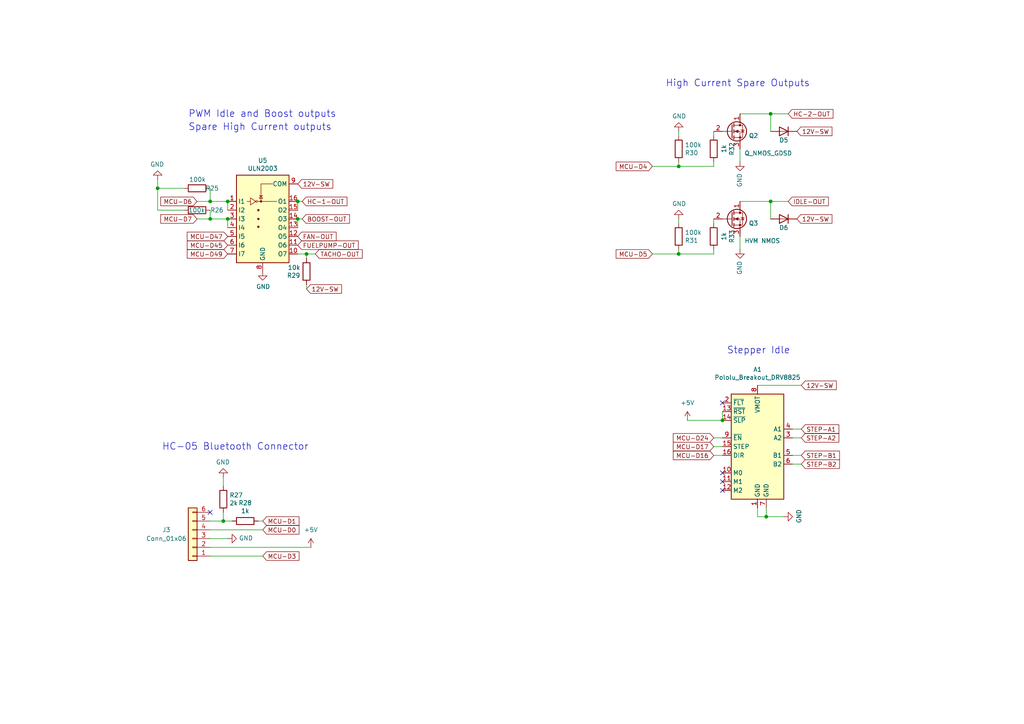
<source format=kicad_sch>
(kicad_sch (version 20231120) (generator "eeschema") (generator_version "8.0")
  (paper "A4")
  (lib_symbols
    (symbol "Connector_Generic:Conn_01x06" (pin_names (offset 1.016) hide)
      (property "Reference" "J" (at 0 7.62 0))
      (property "Value" "Conn_01x06" (at 0 -10.16 0))
      (symbol "Conn_01x06_1_1"
        (rectangle (start -1.27 -7.493) (end 0 -7.747) (stroke (width 0.1524)))
        (rectangle (start -1.27 -4.953) (end 0 -5.207) (stroke (width 0.1524)))
        (rectangle (start -1.27 -2.413) (end 0 -2.667) (stroke (width 0.1524)))
        (rectangle (start -1.27 0.127) (end 0 -0.127) (stroke (width 0.1524)))
        (rectangle (start -1.27 2.667) (end 0 2.413) (stroke (width 0.1524)))
        (rectangle (start -1.27 5.207) (end 0 4.953) (stroke (width 0.1524)))
        (rectangle (start -1.27 6.35) (end 1.27 -8.89) (stroke (width 0.254)) (fill (type background)))
        (pin passive line (at -5.08 5.08 0) (length 3.81) (name "Pin_1") (number "1"))
        (pin passive line (at -5.08 2.54 0) (length 3.81) (name "Pin_2") (number "2"))
        (pin passive line (at -5.08 0 0) (length 3.81) (name "Pin_3") (number "3"))
        (pin passive line (at -5.08 -2.54 0) (length 3.81) (name "Pin_4") (number "4"))
        (pin passive line (at -5.08 -5.08 0) (length 3.81) (name "Pin_5") (number "5"))
        (pin passive line (at -5.08 -7.62 0) (length 3.81) (name "Pin_6") (number "6"))
      )
    )
    (symbol "Device:D" (pin_numbers hide) (pin_names (offset 1.016) hide)
      (property "Reference" "D" (at 0 2.54 0))
      (property "Value" "D" (at 0 -2.54 0))
      (symbol "D_0_1"
        (polyline (pts (xy -1.27 1.27) (xy -1.27 -1.27)) (stroke (width 0.254)))
        (polyline (pts (xy 1.27 0) (xy -1.27 0)))
        (polyline (pts (xy 1.27 1.27) (xy 1.27 -1.27) (xy -1.27 0) (xy 1.27 1.27)) (stroke (width 0.254)))
      )
      (symbol "D_1_1"
        (pin passive line (at -3.81 0 0) (length 2.54) (name "K") (number "1"))
        (pin passive line (at 3.81 0 180) (length 2.54) (name "A") (number "2"))
      )
    )
    (symbol "Device:Q_NMOS_DGS" (pin_names (offset 0) hide)
      (property "Reference" "Q" (at 5.08 1.27 0))
      (property "Value" "Q_NMOS_DGS" (at 5.08 -1.27 0))
      (symbol "Q_NMOS_DGS_0_1"
        (polyline (pts (xy 0.254 0) (xy -2.54 0)))
        (polyline (pts (xy 0.254 1.905) (xy 0.254 -1.905)) (stroke (width 0.254)))
        (polyline (pts (xy 0.762 -1.27) (xy 0.762 -2.286)) (stroke (width 0.254)))
        (polyline (pts (xy 0.762 0.508) (xy 0.762 -0.508)) (stroke (width 0.254)))
        (polyline (pts (xy 0.762 2.286) (xy 0.762 1.27)) (stroke (width 0.254)))
        (polyline (pts (xy 2.54 2.54) (xy 2.54 1.778)))
        (polyline (pts (xy 2.54 -2.54) (xy 2.54 0) (xy 0.762 0)))
        (polyline (pts (xy 0.762 -1.778) (xy 3.302 -1.778) (xy 3.302 1.778) (xy 0.762 1.778)))
        (polyline (pts (xy 1.016 0) (xy 2.032 0.381) (xy 2.032 -0.381) (xy 1.016 0)) (fill (type outline)))
        (polyline (pts (xy 2.794 0.508) (xy 2.921 0.381) (xy 3.683 0.381) (xy 3.81 0.254)))
        (polyline (pts (xy 3.302 0.381) (xy 2.921 -0.254) (xy 3.683 -0.254) (xy 3.302 0.381)))
        (circle (center 1.651 0) (radius 2.794) (stroke (width 0.254)))
        (circle (center 2.54 -1.778) (radius 0.254) (fill (type outline)))
        (circle (center 2.54 1.778) (radius 0.254) (fill (type outline)))
      )
      (symbol "Q_NMOS_DGS_1_1"
        (pin passive line (at 2.54 5.08 270) (length 2.54) (name "D") (number "1"))
        (pin input line (at -5.08 0 0) (length 2.54) (name "G") (number "2"))
        (pin passive line (at 2.54 -5.08 90) (length 2.54) (name "S") (number "3"))
      )
    )
    (symbol "Device:R" (pin_numbers hide) (pin_names (offset 0))
      (property "Reference" "R" (at 2.032 0 90))
      (property "Value" "R" (at 0 0 90))
      (symbol "R_0_1"
        (rectangle (start -1.016 -2.54) (end 1.016 2.54) (stroke (width 0.254)))
      )
      (symbol "R_1_1"
        (pin passive line (at 0 3.81 270) (length 1.27) (name "~") (number "1"))
        (pin passive line (at 0 -3.81 90) (length 1.27) (name "~") (number "2"))
      )
    )
    (symbol "Driver_Motor:Pololu_Breakout_DRV8825"
      (property "Reference" "A" (at -2.54 16.51 0))
      (property "Value" "Pololu_Breakout_DRV8825" (at -2.54 13.97 0))
      (symbol "Pololu_Breakout_DRV8825_0_1"
        (rectangle (start 7.62 -17.78) (end -7.62 12.7) (stroke (width 0.254)) (fill (type background)))
      )
      (symbol "Pololu_Breakout_DRV8825_1_1"
        (pin power_in line (at 0 -20.32 90) (length 2.54) (name "GND") (number "1"))
        (pin input line (at -10.16 -10.16 0) (length 2.54) (name "M0") (number "10"))
        (pin input line (at -10.16 -12.7 0) (length 2.54) (name "M1") (number "11"))
        (pin input line (at -10.16 -15.24 0) (length 2.54) (name "M2") (number "12"))
        (pin input line (at -10.16 7.62 0) (length 2.54) (name "~{RST}") (number "13"))
        (pin input line (at -10.16 5.08 0) (length 2.54) (name "~{SLP}") (number "14"))
        (pin input line (at -10.16 -2.54 0) (length 2.54) (name "STEP") (number "15"))
        (pin input line (at -10.16 -5.08 0) (length 2.54) (name "DIR") (number "16"))
        (pin output line (at -10.16 10.16 0) (length 2.54) (name "~{FLT}") (number "2"))
        (pin output line (at 10.16 0 180) (length 2.54) (name "A2") (number "3"))
        (pin output line (at 10.16 2.54 180) (length 2.54) (name "A1") (number "4"))
        (pin output line (at 10.16 -5.08 180) (length 2.54) (name "B1") (number "5"))
        (pin output line (at 10.16 -7.62 180) (length 2.54) (name "B2") (number "6"))
        (pin power_in line (at 2.54 -20.32 90) (length 2.54) (name "GND") (number "7"))
        (pin power_in line (at 0 15.24 270) (length 2.54) (name "VMOT") (number "8"))
        (pin input line (at -10.16 0 0) (length 2.54) (name "~{EN}") (number "9"))
      )
    )
    (symbol "Transistor_Array:ULN2003"
      (property "Reference" "U" (at 0 15.875 0))
      (property "Value" "ULN2003" (at 0 13.97 0))
      (symbol "ULN2003_0_1"
        (rectangle (start -7.62 -12.7) (end 7.62 12.7) (stroke (width 0.254)) (fill (type background)))
        (circle (center -1.778 5.08) (radius 0.254))
        (circle (center -1.27 -2.286) (radius 0.254) (fill (type outline)))
        (circle (center -1.27 0) (radius 0.254) (fill (type outline)))
        (circle (center -1.27 2.54) (radius 0.254) (fill (type outline)))
        (circle (center -0.508 5.08) (radius 0.254) (fill (type outline)))
        (polyline (pts (xy -4.572 5.08) (xy -3.556 5.08)))
        (polyline (pts (xy -1.524 5.08) (xy 4.064 5.08)))
        (polyline (pts (xy 0 6.731) (xy -1.016 6.731)))
        (polyline (pts (xy -0.508 5.08) (xy -0.508 10.16) (xy 2.921 10.16)))
        (polyline (pts (xy -3.556 6.096) (xy -3.556 4.064) (xy -2.032 5.08) (xy -3.556 6.096)))
        (polyline (pts (xy 0 5.969) (xy -1.016 5.969) (xy -0.508 6.731) (xy 0 5.969)))
      )
      (symbol "ULN2003_1_1"
        (pin input line (at -10.16 5.08 0) (length 2.54) (name "I1") (number "1"))
        (pin open_collector line (at 10.16 -10.16 180) (length 2.54) (name "O7") (number "10"))
        (pin open_collector line (at 10.16 -7.62 180) (length 2.54) (name "O6") (number "11"))
        (pin open_collector line (at 10.16 -5.08 180) (length 2.54) (name "O5") (number "12"))
        (pin open_collector line (at 10.16 -2.54 180) (length 2.54) (name "O4") (number "13"))
        (pin open_collector line (at 10.16 0 180) (length 2.54) (name "O3") (number "14"))
        (pin open_collector line (at 10.16 2.54 180) (length 2.54) (name "O2") (number "15"))
        (pin open_collector line (at 10.16 5.08 180) (length 2.54) (name "O1") (number "16"))
        (pin input line (at -10.16 2.54 0) (length 2.54) (name "I2") (number "2"))
        (pin input line (at -10.16 0 0) (length 2.54) (name "I3") (number "3"))
        (pin input line (at -10.16 -2.54 0) (length 2.54) (name "I4") (number "4"))
        (pin input line (at -10.16 -5.08 0) (length 2.54) (name "I5") (number "5"))
        (pin input line (at -10.16 -7.62 0) (length 2.54) (name "I6") (number "6"))
        (pin input line (at -10.16 -10.16 0) (length 2.54) (name "I7") (number "7"))
        (pin power_in line (at 0 -15.24 90) (length 2.54) (name "GND") (number "8"))
        (pin passive line (at 10.16 10.16 180) (length 2.54) (name "COM") (number "9"))
      )
    )
    (symbol "power:+5V" (power) (pin_numbers hide) (pin_names (offset 0) hide)
      (property "Value" "+5V" (at 0 3.556 0))
      (symbol "+5V_0_1"
        (polyline (pts (xy -0.762 1.27) (xy 0 2.54)))
        (polyline (pts (xy 0 0) (xy 0 2.54)))
        (polyline (pts (xy 0 2.54) (xy 0.762 1.27)))
      )
      (symbol "+5V_1_1"
        (pin power_in line (at 0 0 90) (length 0) (name "~") (number "1"))
      )
    )
    (symbol "power:GND" (power) (pin_numbers hide) (pin_names (offset 0) hide)
      (property "Value" "GND" (at 0 -3.81 0))
      (symbol "GND_0_1"
        (polyline (pts (xy 0 0) (xy 0 -1.27) (xy 1.27 -1.27) (xy 0 -2.54) (xy -1.27 -1.27) (xy 0 -1.27)))
      )
      (symbol "GND_1_1"
        (pin power_in line (at 0 0 270) (length 0) (name "~") (number "1"))
      )
    )
  )
  (junction (at 86.36 63.5))
  (junction (at 222.25 149.86))
  (junction (at 66.04 63.5))
  (junction (at 45.72 54.61))
  (junction (at 64.77 151.13))
  (junction (at 196.85 73.66))
  (junction (at 60.96 63.5))
  (junction (at 86.36 58.42))
  (junction (at 60.96 58.42))
  (junction (at 196.85 48.26))
  (junction (at 223.52 33.02))
  (junction (at 223.52 58.42))
  (junction (at 66.04 58.42))
  (junction (at 88.9 73.66))
  (junction (at 209.55 121.92))
  (no_connect (at 60.96 148.59))
  (no_connect (at 209.55 142.24))
  (no_connect (at 209.55 116.84))
  (no_connect (at 209.55 139.7))
  (no_connect (at 209.55 137.16))
  (wire (pts (xy 66.04 58.42) (xy 66.04 60.96)))
  (wire (pts (xy 223.52 33.02) (xy 228.6 33.02)))
  (wire (pts (xy 45.72 60.96) (xy 53.34 60.96)))
  (wire (pts (xy 74.93 151.13) (xy 76.2 151.13)))
  (wire (pts (xy 196.85 73.66) (xy 207.01 73.66)))
  (wire (pts (xy 222.25 149.86) (xy 219.71 149.86)))
  (wire (pts (xy 209.55 129.54) (xy 207.01 129.54)))
  (wire (pts (xy 207.01 132.08) (xy 209.55 132.08)))
  (wire (pts (xy 60.96 161.29) (xy 76.2 161.29)))
  (wire (pts (xy 227.33 149.86) (xy 222.25 149.86)))
  (wire (pts (xy 232.41 134.62) (xy 229.87 134.62)))
  (wire (pts (xy 45.72 52.07) (xy 45.72 54.61)))
  (wire (pts (xy 229.87 124.46) (xy 232.41 124.46)))
  (wire (pts (xy 45.72 54.61) (xy 53.34 54.61)))
  (wire (pts (xy 86.36 60.96) (xy 86.36 58.42)))
  (wire (pts (xy 88.9 73.66) (xy 91.44 73.66)))
  (wire (pts (xy 86.36 73.66) (xy 88.9 73.66)))
  (wire (pts (xy 189.23 73.66) (xy 196.85 73.66)))
  (wire (pts (xy 66.04 156.21) (xy 60.96 156.21)))
  (wire (pts (xy 88.9 83.82) (xy 88.9 82.55)))
  (wire (pts (xy 219.71 111.76) (xy 232.41 111.76)))
  (wire (pts (xy 60.96 63.5) (xy 66.04 63.5)))
  (wire (pts (xy 60.96 54.61) (xy 60.96 58.42)))
  (wire (pts (xy 60.96 151.13) (xy 64.77 151.13)))
  (wire (pts (xy 196.85 73.66) (xy 196.85 72.39)))
  (wire (pts (xy 207.01 72.39) (xy 207.01 73.66)))
  (wire (pts (xy 60.96 60.96) (xy 60.96 63.5)))
  (wire (pts (xy 214.63 46.99) (xy 214.63 43.18)))
  (wire (pts (xy 64.77 138.43) (xy 64.77 140.97)))
  (wire (pts (xy 199.39 121.92) (xy 209.55 121.92)))
  (wire (pts (xy 207.01 63.5) (xy 207.01 64.77)))
  (wire (pts (xy 207.01 38.1) (xy 207.01 39.37)))
  (wire (pts (xy 60.96 58.42) (xy 66.04 58.42)))
  (wire (pts (xy 223.52 58.42) (xy 228.6 58.42)))
  (wire (pts (xy 64.77 151.13) (xy 67.31 151.13)))
  (wire (pts (xy 64.77 148.59) (xy 64.77 151.13)))
  (wire (pts (xy 223.52 63.5) (xy 223.52 58.42)))
  (wire (pts (xy 189.23 48.26) (xy 196.85 48.26)))
  (wire (pts (xy 229.87 132.08) (xy 232.41 132.08)))
  (wire (pts (xy 219.71 149.86) (xy 219.71 147.32)))
  (wire (pts (xy 86.36 66.04) (xy 86.36 63.5)))
  (wire (pts (xy 214.63 72.39) (xy 214.63 68.58)))
  (wire (pts (xy 66.04 63.5) (xy 66.04 66.04)))
  (wire (pts (xy 196.85 63.5) (xy 196.85 64.77)))
  (wire (pts (xy 57.15 58.42) (xy 60.96 58.42)))
  (wire (pts (xy 207.01 46.99) (xy 207.01 48.26)))
  (wire (pts (xy 209.55 121.92) (xy 209.55 119.38)))
  (wire (pts (xy 196.85 38.1) (xy 196.85 39.37)))
  (wire (pts (xy 76.2 153.67) (xy 60.96 153.67)))
  (wire (pts (xy 214.63 33.02) (xy 223.52 33.02)))
  (wire (pts (xy 196.85 48.26) (xy 207.01 48.26)))
  (wire (pts (xy 87.63 63.5) (xy 86.36 63.5)))
  (wire (pts (xy 222.25 147.32) (xy 222.25 149.86)))
  (wire (pts (xy 196.85 48.26) (xy 196.85 46.99)))
  (wire (pts (xy 87.63 58.42) (xy 86.36 58.42)))
  (wire (pts (xy 207.01 127) (xy 209.55 127)))
  (wire (pts (xy 88.9 74.93) (xy 88.9 73.66)))
  (wire (pts (xy 232.41 127) (xy 229.87 127)))
  (wire (pts (xy 90.17 158.75) (xy 60.96 158.75)))
  (wire (pts (xy 45.72 54.61) (xy 45.72 60.96)))
  (wire (pts (xy 57.15 63.5) (xy 60.96 63.5)))
  (wire (pts (xy 214.63 58.42) (xy 223.52 58.42)))
  (wire (pts (xy 223.52 38.1) (xy 223.52 33.02)))
  (text "High Current Spare Outputs" (at 193.04 25.4 0) (effects (font (size 1.9812 1.9812)) (justify left bottom)))
  (text "HC-05 Bluetooth Connector" (at 46.99 130.81 0) (effects (font (size 1.9812 1.9812)) (justify left bottom)))
  (text "Stepper Idle" (at 210.82 102.87 0) (effects (font (size 1.9812 1.9812)) (justify left bottom)))
  (text "Spare High Current outputs" (at 54.61 38.1 0) (effects (font (size 1.9812 1.9812)) (justify left bottom)))
  (text "PWM Idle and Boost outputs" (at 54.61 34.29 0) (effects (font (size 1.9812 1.9812)) (justify left bottom)))
  (global_label "STEP-B1" (shape input) (at 232.41 132.08 0) (property "Intersheetrefs" "${INTERSHEET_REFS}" (effects (hide yes))))
  (global_label "12V-SW" (shape input) (at 232.41 111.76 0) (property "Intersheetrefs" "${INTERSHEET_REFS}" (effects (hide yes))))
  (global_label "FAN-OUT" (shape input) (at 86.36 68.58 0) (property "Intersheetrefs" "${INTERSHEET_REFS}" (effects (hide yes))))
  (global_label "MCU-D0" (shape input) (at 76.2 153.67 0) (property "Intersheetrefs" "${INTERSHEET_REFS}" (effects (hide yes))))
  (global_label "STEP-A2" (shape input) (at 232.41 127 0) (property "Intersheetrefs" "${INTERSHEET_REFS}" (effects (hide yes))))
  (global_label "IDLE-OUT" (shape input) (at 228.6 58.42 0) (property "Intersheetrefs" "${INTERSHEET_REFS}" (effects (hide yes))))
  (global_label "STEP-A1" (shape input) (at 232.41 124.46 0) (property "Intersheetrefs" "${INTERSHEET_REFS}" (effects (hide yes))))
  (global_label "MCU-D4" (shape input) (at 189.23 48.26 180) (property "Intersheetrefs" "${INTERSHEET_REFS}" (effects (hide yes))))
  (global_label "FUELPUMP-OUT" (shape input) (at 86.36 71.12 0) (property "Intersheetrefs" "${INTERSHEET_REFS}" (effects (hide yes))))
  (global_label "12V-SW" (shape input) (at 231.14 38.1 0) (property "Intersheetrefs" "${INTERSHEET_REFS}" (effects (hide yes))))
  (global_label "MCU-D49" (shape input) (at 66.04 73.66 180) (property "Intersheetrefs" "${INTERSHEET_REFS}" (effects (hide yes))))
  (global_label "12V-SW" (shape input) (at 231.14 63.5 0) (property "Intersheetrefs" "${INTERSHEET_REFS}" (effects (hide yes))))
  (global_label "MCU-D17" (shape input) (at 207.01 129.54 180) (property "Intersheetrefs" "${INTERSHEET_REFS}" (effects (hide yes))))
  (global_label "TACHO-OUT" (shape input) (at 91.44 73.66 0) (property "Intersheetrefs" "${INTERSHEET_REFS}" (effects (hide yes))))
  (global_label "MCU-D7" (shape input) (at 57.15 63.5 180) (property "Intersheetrefs" "${INTERSHEET_REFS}" (effects (hide yes))))
  (global_label "12V-SW" (shape input) (at 88.9 83.82 0) (property "Intersheetrefs" "${INTERSHEET_REFS}" (effects (hide yes))))
  (global_label "MCU-D16" (shape input) (at 207.01 132.08 180) (property "Intersheetrefs" "${INTERSHEET_REFS}" (effects (hide yes))))
  (global_label "MCU-D5" (shape input) (at 189.23 73.66 180) (property "Intersheetrefs" "${INTERSHEET_REFS}" (effects (hide yes))))
  (global_label "HC-2-OUT" (shape input) (at 228.6 33.02 0) (property "Intersheetrefs" "${INTERSHEET_REFS}" (effects (hide yes))))
  (global_label "HC-1-OUT" (shape input) (at 87.63 58.42 0) (property "Intersheetrefs" "${INTERSHEET_REFS}" (effects (hide yes))))
  (global_label "BOOST-OUT" (shape input) (at 87.63 63.5 0) (property "Intersheetrefs" "${INTERSHEET_REFS}" (effects (hide yes))))
  (global_label "MCU-D3" (shape input) (at 76.2 161.29 0) (property "Intersheetrefs" "${INTERSHEET_REFS}" (effects (hide yes))))
  (global_label "MCU-D24" (shape input) (at 207.01 127 180) (property "Intersheetrefs" "${INTERSHEET_REFS}" (effects (hide yes))))
  (global_label "STEP-B2" (shape input) (at 232.41 134.62 0) (property "Intersheetrefs" "${INTERSHEET_REFS}" (effects (hide yes))))
  (global_label "12V-SW" (shape input) (at 86.36 53.34 0) (property "Intersheetrefs" "${INTERSHEET_REFS}" (effects (hide yes))))
  (global_label "MCU-D45" (shape input) (at 66.04 71.12 180) (property "Intersheetrefs" "${INTERSHEET_REFS}" (effects (hide yes))))
  (global_label "MCU-D47" (shape input) (at 66.04 68.58 180) (property "Intersheetrefs" "${INTERSHEET_REFS}" (effects (hide yes))))
  (global_label "MCU-D6" (shape input) (at 57.15 58.42 180) (property "Intersheetrefs" "${INTERSHEET_REFS}" (effects (hide yes))))
  (global_label "MCU-D1" (shape input) (at 76.2 151.13 0) (property "Intersheetrefs" "${INTERSHEET_REFS}" (effects (hide yes))))
  (symbol (lib_id "Device:R") (at 64.77 144.78 180) (unit 1)
    (property "Reference" "R27" (at 66.548 143.6116 0) (effects (justify right)))
    (property "Value" "2k" (at 66.548 145.923 0) (effects (justify right)))
    (property "Footprint" "Resistor_THT:R_Axial_DIN0204_L3.6mm_D1.6mm_P5.08mm_Horizontal" (effects (hide yes)))
    (property "Digikey Part Number" "BC3254CT-ND" (effects (hide yes)))
    (property "Manufacturer_Name" "Vishay" (effects (hide yes)))
    (property "Manufacturer_Part_Number" "MBA02040C2001FCT00" (effects (hide yes)))
    (property "URL" "https://www.digikey.com.au/product-detail/en/vishay-beyschlag-draloric-bc-components/MBA02040C2001FCT00/BC3254CT-ND/6138757" (effects (hide yes)))
  )
  (symbol (lib_id "power:GND") (at 214.63 46.99 0) (mirror y) (unit 1)
    (property "Reference" "#PWR050" (effects (hide yes)))
    (property "Value" "GND" (at 214.503 50.2412 90) (effects (justify right)))
  )
  (symbol (lib_id "Device:Q_NMOS_DGS") (at 212.09 63.5 0) (unit 1)
    (property "Reference" "Q3" (at 217.17 64.77 0) (effects (justify left)))
    (property "Value" "HVM NMOS" (at 215.9 69.85 0) (effects (justify left)))
    (property "Footprint" "Package_DIP:Vishay_HVM-DIP-3_W7.62mm" (effects (hide yes)))
    (property "Digikey Part Number" "IRLD024PBF-ND" (effects (hide yes)))
    (property "Manufacturer_Name" "Vishay" (effects (hide yes)))
    (property "Manufacturer_Part_Number" "IRLD024PBF" (effects (hide yes)))
    (property "URL" "https://www.digikey.com.au/product-detail/en/vishay-siliconix/IRLD024PBF/IRLD024PBF-ND/812492" (effects (hide yes)))
  )
  (symbol (lib_id "Device:R") (at 207.01 68.58 180) (unit 1)
    (property "Reference" "R33" (at 212.2678 68.58 90))
    (property "Value" "1k" (at 209.9564 68.58 90))
    (property "Footprint" "Resistor_THT:R_Axial_DIN0204_L3.6mm_D1.6mm_P5.08mm_Horizontal" (effects (hide yes)))
    (property "Digikey Part Number" "BC1.00KXCT-ND" (effects (hide yes)))
    (property "Manufacturer_Name" "Vishay" (effects (hide yes)))
    (property "Manufacturer_Part_Number" "MBA02040C1001FRP00" (effects (hide yes)))
  )
  (symbol (lib_id "Device:D") (at 227.33 38.1 180) (unit 1)
    (property "Reference" "D5" (at 227.33 40.64 0))
    (property "Value" "D" (effects (hide yes)))
    (property "Footprint" "Diode_THT:D_DO-35_SOD27_P7.62mm_Horizontal" (effects (hide yes)))
    (property "Digikey Part Number" "1N914TAPGICT-ND" (effects (hide yes)))
    (property "Manufacturer_Name" "Vishay" (effects (hide yes)))
    (property "Manufacturer_Part_Number" "1N914TAP" (effects (hide yes)))
    (property "URL" "https://www.digikey.com.au/product-detail/en/vishay-general-semiconductor-diodes-division/1N914TAP/1N914TAPGICT-ND/8564478" (effects (hide yes)))
  )
  (symbol (lib_id "Transistor_Array:ULN2003") (at 76.2 63.5 0) (unit 1)
    (property "Reference" "U5" (at 76.2 46.5582 0))
    (property "Value" "ULN2003" (at 76.2 48.8696 0))
    (property "Footprint" "Package_DIP:DIP-16_W7.62mm" (effects (hide yes)))
    (property "Datasheet" "http://www.ti.com/lit/ds/symlink/uln2003a.pdf" (effects (hide yes)))
    (property "Digikey Part Number" "296-16971-5-ND" (effects (hide yes)))
    (property "Manufacturer_Name" "TI" (effects (hide yes)))
    (property "Manufacturer_Part_Number" "ULN2003AIN‎ " (effects (hide yes)))
    (property "URL" "https://www.digikey.com.au/product-detail/en/ULN2003AIN/296-16971-5-ND/653041?itemSeq=364547977" (effects (hide yes)))
  )
  (symbol (lib_id "Device:R") (at 88.9 78.74 0) (unit 1)
    (property "Reference" "R29" (at 87.122 79.9084 0) (effects (justify right)))
    (property "Value" "10k" (at 87.122 77.597 0) (effects (justify right)))
    (property "Footprint" "Resistor_THT:R_Axial_DIN0204_L3.6mm_D1.6mm_P5.08mm_Horizontal" (effects (hide yes)))
    (property "Digikey Part Number" "BC10.0KXCT-ND" (effects (hide yes)))
    (property "Manufacturer_Name" "Vishay" (effects (hide yes)))
    (property "Manufacturer_Part_Number" "MBA02040C1002FRP00" (effects (hide yes)))
    (property "URL" "https://www.digikey.com.au/product-detail/en/vishay-beyschlag-draloric-bc-components/MBA02040C1002FRP00/BC10-0KXCT-ND/336866" (effects (hide yes)))
  )
  (symbol (lib_id "power:GND") (at 66.04 156.21 90) (unit 1)
    (property "Reference" "#PWR045" (effects (hide yes)))
    (property "Value" "GND" (at 69.2912 156.083 90) (effects (justify right)))
  )
  (symbol (lib_id "power:GND") (at 227.33 149.86 90) (unit 1)
    (property "Reference" "#PWR052" (effects (hide yes)))
    (property "Value" "GND" (at 231.7242 149.733 0))
  )
  (symbol (lib_id "Device:R") (at 196.85 68.58 0) (mirror y) (unit 1)
    (property "Reference" "R31" (at 198.628 69.7484 0) (effects (justify right)))
    (property "Value" "100k" (at 198.628 67.437 0) (effects (justify right)))
    (property "Footprint" "Resistor_THT:R_Axial_DIN0204_L3.6mm_D1.6mm_P5.08mm_Horizontal" (effects (hide yes)))
    (property "Digikey Part Number" "BC3240CT-ND" (effects (hide yes)))
    (property "Manufacturer_Name" "Vishay" (effects (hide yes)))
    (property "Manufacturer_Part_Number" "MBA02040C1003FCT00" (effects (hide yes)))
    (property "URL" "https://www.digikey.com.au/product-detail/en/vishay-beyschlag-draloric-bc-components/MBA02040C1003FCT00/BC3240CT-ND/6138743" (effects (hide yes)))
  )
  (symbol (lib_id "power:GND") (at 45.72 52.07 180) (unit 1)
    (property "Reference" "#PWR042" (effects (hide yes)))
    (property "Value" "GND" (at 45.593 47.6758 0))
  )
  (symbol (lib_id "power:+5V") (at 90.17 158.75 0) (unit 1)
    (property "Reference" "#PWR025" (effects (hide yes)))
    (property "Value" "+5V" (at 90.17 153.67 0))
    (property "Description" "Power symbol creates a global label with name \"+5V\"" (effects (hide yes)))
  )
  (symbol (lib_id "Device:R") (at 196.85 43.18 0) (mirror y) (unit 1)
    (property "Reference" "R30" (at 198.628 44.3484 0) (effects (justify right)))
    (property "Value" "100k" (at 198.628 42.037 0) (effects (justify right)))
    (property "Footprint" "Resistor_THT:R_Axial_DIN0204_L3.6mm_D1.6mm_P5.08mm_Horizontal" (effects (hide yes)))
    (property "Digikey Part Number" "BC3240CT-ND" (effects (hide yes)))
    (property "Manufacturer_Name" "Vishay" (effects (hide yes)))
    (property "Manufacturer_Part_Number" "MBA02040C1003FCT00" (effects (hide yes)))
    (property "URL" "https://www.digikey.com.au/product-detail/en/vishay-beyschlag-draloric-bc-components/MBA02040C1003FCT00/BC3240CT-ND/6138743" (effects (hide yes)))
  )
  (symbol (lib_id "Device:R") (at 207.01 43.18 180) (unit 1)
    (property "Reference" "R32" (at 212.2678 43.18 90))
    (property "Value" "1k" (at 209.9564 43.18 90))
    (property "Footprint" "Resistor_THT:R_Axial_DIN0204_L3.6mm_D1.6mm_P5.08mm_Horizontal" (effects (hide yes)))
    (property "Digikey Part Number" "BC1.00KXCT-ND" (effects (hide yes)))
    (property "Manufacturer_Name" "Vishay" (effects (hide yes)))
    (property "Manufacturer_Part_Number" "MBA02040C1001FRP00" (effects (hide yes)))
  )
  (symbol (lib_id "Device:D") (at 227.33 63.5 180) (unit 1)
    (property "Reference" "D6" (at 227.33 66.04 0))
    (property "Value" "D" (effects (hide yes)))
    (property "Footprint" "Diode_THT:D_DO-35_SOD27_P7.62mm_Horizontal" (effects (hide yes)))
    (property "Digikey Part Number" "1N914TAPGICT-ND" (effects (hide yes)))
    (property "Manufacturer_Name" "Vishay" (effects (hide yes)))
    (property "Manufacturer_Part_Number" "1N914TAP" (effects (hide yes)))
    (property "URL" "https://www.digikey.com.au/product-detail/en/vishay-general-semiconductor-diodes-division/1N914TAP/1N914TAPGICT-ND/8564478" (effects (hide yes)))
  )
  (symbol (lib_id "power:GND") (at 196.85 63.5 0) (mirror x) (unit 1)
    (property "Reference" "#PWR048" (effects (hide yes)))
    (property "Value" "GND" (at 196.977 59.1058 0))
  )
  (symbol (lib_id "Device:R") (at 57.15 54.61 270) (unit 1)
    (property "Reference" "R25" (at 63.5 54.61 90) (effects (justify right)))
    (property "Value" "100k" (at 59.69 52.07 90) (effects (justify right)))
    (property "Footprint" "Resistor_THT:R_Axial_DIN0204_L3.6mm_D1.6mm_P5.08mm_Horizontal" (effects (hide yes)))
    (property "Digikey Part Number" "BC3240CT-ND" (effects (hide yes)))
    (property "Manufacturer_Name" "Vishay" (effects (hide yes)))
    (property "Manufacturer_Part_Number" "MBA02040C1003FCT00" (effects (hide yes)))
    (property "URL" "https://www.digikey.com.au/product-detail/en/vishay-beyschlag-draloric-bc-components/MBA02040C1003FCT00/BC3240CT-ND/6138743" (effects (hide yes)))
  )
  (symbol (lib_id "power:GND") (at 214.63 72.39 0) (mirror y) (unit 1)
    (property "Reference" "#PWR051" (effects (hide yes)))
    (property "Value" "GND" (at 214.503 75.6412 90) (effects (justify right)))
  )
  (symbol (lib_id "Driver_Motor:Pololu_Breakout_DRV8825") (at 219.71 127 0) (unit 1)
    (property "Reference" "A1" (at 219.71 107.1626 0))
    (property "Value" "Pololu_Breakout_DRV8825" (at 219.71 109.474 0))
    (property "Footprint" "Module:Pololu_Breakout-16_15.2x20.3mm" (effects (hide yes)))
    (property "Datasheet" "https://www.pololu.com/product/2982" (effects (hide yes)))
  )
  (symbol (lib_id "Device:R") (at 71.12 151.13 270) (unit 1)
    (property "Reference" "R28" (at 71.12 145.8722 90))
    (property "Value" "1k" (at 71.12 148.1836 90))
    (property "Footprint" "Resistor_THT:R_Axial_DIN0204_L3.6mm_D1.6mm_P5.08mm_Horizontal" (effects (hide yes)))
    (property "Digikey Part Number" "BC1.00KXCT-ND" (effects (hide yes)))
    (property "Manufacturer_Name" "Vishay" (effects (hide yes)))
    (property "Manufacturer_Part_Number" "MBA02040C1001FRP00" (effects (hide yes)))
  )
  (symbol (lib_id "power:GND") (at 64.77 138.43 180) (unit 1)
    (property "Reference" "#PWR043" (effects (hide yes)))
    (property "Value" "GND" (at 64.643 134.0358 0))
  )
  (symbol (lib_id "power:+5V") (at 199.39 121.92 0) (unit 1)
    (property "Reference" "#PWR044" (effects (hide yes)))
    (property "Value" "+5V" (at 199.39 116.84 0))
    (property "Description" "Power symbol creates a global label with name \"+5V\"" (effects (hide yes)))
  )
  (symbol (lib_id "Device:R") (at 57.15 60.96 90) (unit 1)
    (property "Reference" "R26" (at 60.96 60.96 90) (effects (justify right)))
    (property "Value" "100k" (at 54.61 60.96 90) (effects (justify right)))
    (property "Footprint" "Resistor_THT:R_Axial_DIN0204_L3.6mm_D1.6mm_P5.08mm_Horizontal" (effects (hide yes)))
    (property "Digikey Part Number" "BC3240CT-ND" (effects (hide yes)))
    (property "Manufacturer_Name" "Vishay" (effects (hide yes)))
    (property "Manufacturer_Part_Number" "MBA02040C1003FCT00" (effects (hide yes)))
    (property "URL" "https://www.digikey.com.au/product-detail/en/vishay-beyschlag-draloric-bc-components/MBA02040C1003FCT00/BC3240CT-ND/6138743" (effects (hide yes)))
  )
  (symbol (lib_id "Device:Q_NMOS_DGS") (at 212.09 38.1 0) (unit 1)
    (property "Reference" "Q2" (at 217.17 39.37 0) (effects (justify left)))
    (property "Value" "Q_NMOS_GDSD" (at 215.9 44.45 0) (effects (justify left)))
    (property "Footprint" "Package_DIP:Vishay_HVM-DIP-3_W7.62mm" (effects (hide yes)))
    (property "Digikey Part Number" "IRLD024PBF-ND" (effects (hide yes)))
    (property "Manufacturer_Name" "Vishay" (effects (hide yes)))
    (property "Manufacturer_Part_Number" "IRLD024PBF" (effects (hide yes)))
    (property "URL" "https://www.digikey.com.au/product-detail/en/vishay-siliconix/IRLD024PBF/IRLD024PBF-ND/812492" (effects (hide yes)))
  )
  (symbol (lib_id "power:GND") (at 196.85 38.1 0) (mirror x) (unit 1)
    (property "Reference" "#PWR047" (effects (hide yes)))
    (property "Value" "GND" (at 196.977 33.7058 0))
  )
  (symbol (lib_id "Connector_Generic:Conn_01x06") (at 55.88 156.21 180) (unit 1)
    (property "Reference" "J3" (at 48.26 153.67 0))
    (property "Value" "Conn_01x06" (at 48.26 156.21 0))
    (property "Footprint" "Connector_PinHeader_2.54mm:PinHeader_1x06_P2.54mm_Vertical" (effects (hide yes)))
  )
  (symbol (lib_id "power:GND") (at 76.2 78.74 0) (unit 1)
    (property "Reference" "#PWR046" (effects (hide yes)))
    (property "Value" "GND" (at 76.327 83.1342 0))
  )
)
</source>
